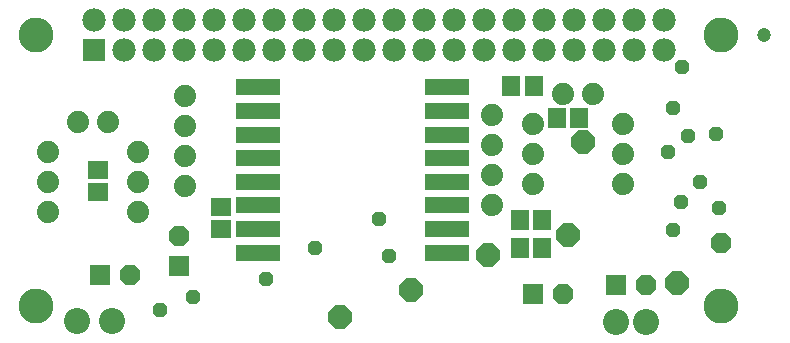
<source format=gbr>
G04 EAGLE Gerber RS-274X export*
G75*
%MOMM*%
%FSLAX34Y34*%
%LPD*%
%INSoldermask Bottom*%
%IPPOS*%
%AMOC8*
5,1,8,0,0,1.08239X$1,22.5*%
G01*
%ADD10C,2.203200*%
%ADD11R,1.727200X1.727200*%
%ADD12P,1.869504X8X112.500000*%
%ADD13R,1.703200X1.503200*%
%ADD14R,1.503200X1.703200*%
%ADD15P,1.869504X8X22.500000*%
%ADD16R,3.803200X1.403200*%
%ADD17R,1.981200X1.981200*%
%ADD18C,1.981200*%
%ADD19C,2.953200*%
%ADD20C,1.879600*%
%ADD21P,2.144431X8X22.500000*%
%ADD22P,1.302332X8X22.500000*%
%ADD23P,1.843527X8X22.500000*%
%ADD24C,1.203200*%


D10*
X1071626Y301244D03*
X1097534Y301498D03*
X615188Y302006D03*
X645160Y302006D03*
D11*
X635254Y340614D03*
D12*
X660654Y340614D03*
D11*
X1071880Y332486D03*
D12*
X1097280Y332486D03*
D13*
X737870Y379628D03*
X737870Y398628D03*
D14*
X1009244Y363474D03*
X990244Y363474D03*
X1040994Y473964D03*
X1021994Y473964D03*
X983132Y500634D03*
X1002132Y500634D03*
D13*
X633476Y411124D03*
X633476Y430124D03*
D14*
X1009498Y387096D03*
X990498Y387096D03*
D11*
X701548Y348488D03*
D15*
X701548Y373888D03*
D11*
X1002030Y324866D03*
D12*
X1027430Y324866D03*
D16*
X769122Y359768D03*
X769122Y379768D03*
X769122Y399768D03*
X769122Y419768D03*
X769122Y439768D03*
X769122Y459768D03*
X769122Y479768D03*
X769122Y499768D03*
X929122Y499768D03*
X929122Y479768D03*
X929122Y459768D03*
X929122Y439768D03*
X929122Y419768D03*
X929122Y399768D03*
X929122Y379768D03*
X929122Y359768D03*
D17*
X629800Y531700D03*
D18*
X629800Y557100D03*
X655200Y531700D03*
X655200Y557100D03*
X680600Y531700D03*
X680600Y557100D03*
X706000Y531700D03*
X706000Y557100D03*
X731400Y531700D03*
X731400Y557100D03*
X756800Y531700D03*
X756800Y557100D03*
X782200Y531700D03*
X782200Y557100D03*
X807600Y531700D03*
X807600Y557100D03*
X833000Y531700D03*
X833000Y557100D03*
X858400Y531700D03*
X858400Y557100D03*
X883800Y531700D03*
X883800Y557100D03*
X909200Y531700D03*
X909200Y557100D03*
X934600Y531700D03*
X934600Y557100D03*
X960000Y531700D03*
X960000Y557100D03*
X985400Y531700D03*
X985400Y557100D03*
X1010800Y531700D03*
X1010800Y557100D03*
X1036200Y531700D03*
X1036200Y557100D03*
X1061600Y531700D03*
X1061600Y557100D03*
X1087000Y531700D03*
X1087000Y557100D03*
X1112400Y531700D03*
X1112400Y557100D03*
D19*
X581100Y314400D03*
X581100Y544400D03*
X1161100Y314400D03*
X1161100Y544400D03*
D20*
X707390Y492252D03*
X707390Y466852D03*
X707390Y441452D03*
X707390Y416052D03*
X966978Y476504D03*
X966978Y451104D03*
X966978Y425704D03*
X966978Y400304D03*
X591312Y393954D03*
X591312Y419354D03*
X591312Y444754D03*
X667512Y393954D03*
X667512Y419354D03*
X667512Y444754D03*
X616712Y470154D03*
X642112Y470154D03*
X1002030Y417576D03*
X1002030Y442976D03*
X1002030Y468376D03*
X1078230Y417576D03*
X1078230Y442976D03*
X1078230Y468376D03*
X1027430Y493776D03*
X1052830Y493776D03*
D21*
X898664Y328168D03*
X1031494Y374904D03*
D22*
X1132840Y458724D03*
D23*
X1161164Y368138D03*
D24*
X1197610Y544068D03*
D22*
X1126744Y402336D03*
X1143000Y419782D03*
D21*
X1123442Y334010D03*
X1044194Y453644D03*
D22*
X775983Y337553D03*
X880110Y356870D03*
D21*
X963930Y357632D03*
D22*
X1159256Y397510D03*
X817372Y363982D03*
X1120140Y379020D03*
X713740Y322326D03*
D21*
X838590Y305190D03*
D22*
X870966Y388112D03*
X1120140Y482092D03*
X1115822Y444754D03*
X1128014Y517398D03*
X1156970Y460248D03*
X685546Y311150D03*
M02*

</source>
